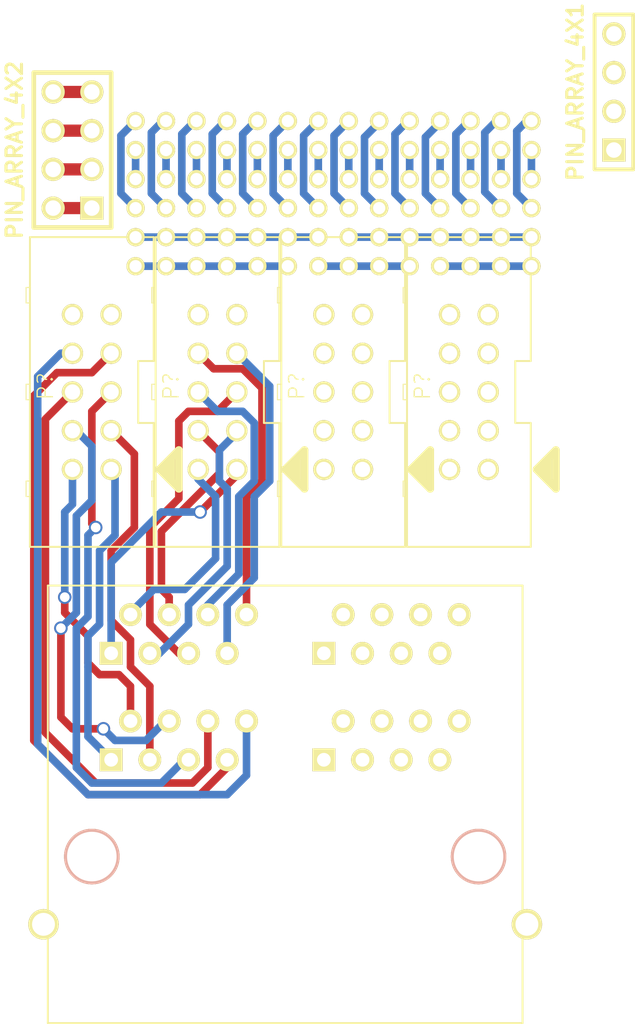
<source format=kicad_pcb>
(kicad_pcb (version 3) (host pcbnew "(2013-07-07 BZR 4022)-stable")

  (general
    (links 0)
    (no_connects 0)
    (area 91.8464 43.741623 135.4836 112.842501)
    (thickness 1.6)
    (drawings 0)
    (tracks 226)
    (zones 0)
    (modules 13)
    (nets 1)
  )

  (page A3)
  (layers
    (15 F.Cu signal)
    (0 B.Cu signal)
    (16 B.Adhes user)
    (17 F.Adhes user)
    (18 B.Paste user)
    (19 F.Paste user)
    (20 B.SilkS user)
    (21 F.SilkS user)
    (22 B.Mask user)
    (23 F.Mask user)
    (24 Dwgs.User user)
    (25 Cmts.User user)
    (26 Eco1.User user)
    (27 Eco2.User user)
    (28 Edge.Cuts user)
  )

  (setup
    (last_trace_width 0.5)
    (user_trace_width 0.5)
    (user_trace_width 0.8)
    (trace_clearance 0.254)
    (zone_clearance 0.508)
    (zone_45_only no)
    (trace_min 0.254)
    (segment_width 0.2)
    (edge_width 0.15)
    (via_size 0.889)
    (via_drill 0.635)
    (via_min_size 0.508)
    (via_min_drill 0.3)
    (user_via 0.508 0.3)
    (uvia_size 0.508)
    (uvia_drill 0.127)
    (uvias_allowed no)
    (uvia_min_size 0.508)
    (uvia_min_drill 0.127)
    (pcb_text_width 0.3)
    (pcb_text_size 1.5 1.5)
    (mod_edge_width 0.15)
    (mod_text_size 1.5 1.5)
    (mod_text_width 0.15)
    (pad_size 1.2 1.2)
    (pad_drill 0.8)
    (pad_to_mask_clearance 0.2)
    (aux_axis_origin 0 0)
    (visible_elements 7FFFFFFF)
    (pcbplotparams
      (layerselection 3178497)
      (usegerberextensions true)
      (excludeedgelayer true)
      (linewidth 0.100000)
      (plotframeref false)
      (viasonmask false)
      (mode 1)
      (useauxorigin false)
      (hpglpennumber 1)
      (hpglpenspeed 20)
      (hpglpendiameter 15)
      (hpglpenoverlay 2)
      (psnegative false)
      (psa4output false)
      (plotreference true)
      (plotvalue true)
      (plotothertext true)
      (plotinvisibletext false)
      (padsonsilk false)
      (subtractmaskfromsilk false)
      (outputformat 1)
      (mirror false)
      (drillshape 1)
      (scaleselection 1)
      (outputdirectory ""))
  )

  (net 0 "")

  (net_class Default "This is the default net class."
    (clearance 0.254)
    (trace_width 0.254)
    (via_dia 0.889)
    (via_drill 0.635)
    (uvia_dia 0.508)
    (uvia_drill 0.127)
    (add_net "")
  )

  (module FC_5X2   locked (layer F.Cu) (tedit 55464A84) (tstamp 5546A735)
    (at 106.045 71.12 90)
    (path FC_5X2)
    (attr virtual)
    (fp_text reference "" (at 3.81 -3.175 90) (layer F.SilkS) hide
      (effects (font (size 1 1) (thickness 0.0889)))
    )
    (fp_text value P? (at 0.381 -3.048 90) (layer F.SilkS)
      (effects (font (size 1.00076 1.00076) (thickness 0.0889)))
    )
    (fp_line (start -0.508 -4.064) (end 0.508 -4.064) (layer F.SilkS) (width 0.06604))
    (fp_line (start 0.508 -4.064) (end 0.508 -4.318) (layer F.SilkS) (width 0.06604))
    (fp_line (start -0.508 -4.318) (end 0.508 -4.318) (layer F.SilkS) (width 0.06604))
    (fp_line (start -0.508 -4.064) (end -0.508 -4.318) (layer F.SilkS) (width 0.06604))
    (fp_line (start -6.858 -4.064) (end -5.842 -4.064) (layer F.SilkS) (width 0.06604))
    (fp_line (start -5.842 -4.064) (end -5.842 -4.318) (layer F.SilkS) (width 0.06604))
    (fp_line (start -6.858 -4.318) (end -5.842 -4.318) (layer F.SilkS) (width 0.06604))
    (fp_line (start -6.858 -4.064) (end -6.858 -4.318) (layer F.SilkS) (width 0.06604))
    (fp_line (start 5.842 -4.064) (end 6.858 -4.064) (layer F.SilkS) (width 0.06604))
    (fp_line (start 6.858 -4.064) (end 6.858 -4.318) (layer F.SilkS) (width 0.06604))
    (fp_line (start 5.842 -4.318) (end 6.858 -4.318) (layer F.SilkS) (width 0.06604))
    (fp_line (start 5.842 -4.064) (end 5.842 -4.318) (layer F.SilkS) (width 0.06604))
    (fp_line (start 10.16 4.064) (end 10.16 -4.064) (layer F.SilkS) (width 0.127))
    (fp_line (start -10.16 -4.064) (end -10.16 4.064) (layer F.SilkS) (width 0.127))
    (fp_line (start -10.16 -4.064) (end 10.16 -4.064) (layer F.SilkS) (width 0.127))
    (fp_line (start 2.032 4.064) (end 2.032 3.048) (layer F.SilkS) (width 0.127))
    (fp_line (start 2.032 3.048) (end -2.032 3.048) (layer F.SilkS) (width 0.127))
    (fp_line (start -2.032 4.064) (end -2.032 3.048) (layer F.SilkS) (width 0.127))
    (fp_line (start 10.16 4.064) (end 2.032 4.064) (layer F.SilkS) (width 0.127))
    (fp_line (start -10.16 4.064) (end -2.032 4.064) (layer F.SilkS) (width 0.127))
    (fp_line (start -5.08 4.445) (end -6.35 5.715) (layer F.SilkS) (width 0.508))
    (fp_line (start -6.35 5.715) (end -3.81 5.715) (layer F.SilkS) (width 0.508))
    (fp_line (start -3.81 5.715) (end -5.08 4.445) (layer F.SilkS) (width 0.508))
    (fp_line (start -5.715 5.207) (end -4.445 5.207) (layer F.SilkS) (width 0.508))
    (fp_line (start -5.08 4.572) (end -5.08 4.953) (layer F.SilkS) (width 0.508))
    (pad 1 thru_hole circle (at -5.08 1.27 90) (size 1.397 2.794) (drill 0.99822)
      (layers *.Cu F.Paste F.SilkS F.Mask)
    )
    (pad 2 thru_hole circle (at -5.08 -1.27 90) (size 1.397 2.794) (drill 0.99822)
      (layers *.Cu F.Paste F.SilkS F.Mask)
    )
    (pad 3 thru_hole circle (at -2.54 1.27 90) (size 1.397 2.794) (drill 0.99822)
      (layers *.Cu F.Paste F.SilkS F.Mask)
    )
    (pad 4 thru_hole circle (at -2.54 -1.27 90) (size 1.397 2.794) (drill 0.99822)
      (layers *.Cu F.Paste F.SilkS F.Mask)
    )
    (pad 5 thru_hole circle (at 0 1.27 90) (size 1.397 2.794) (drill 0.99822)
      (layers *.Cu F.Paste F.SilkS F.Mask)
    )
    (pad 6 thru_hole circle (at 0 -1.27 90) (size 1.397 2.794) (drill 0.99822)
      (layers *.Cu F.Paste F.SilkS F.Mask)
    )
    (pad 7 thru_hole circle (at 2.54 1.27 90) (size 1.397 2.794) (drill 0.99822)
      (layers *.Cu F.Paste F.SilkS F.Mask)
    )
    (pad 8 thru_hole circle (at 2.54 -1.27 90) (size 1.397 2.794) (drill 0.99822)
      (layers *.Cu F.Paste F.SilkS F.Mask)
    )
    (pad 9 thru_hole circle (at 5.08 1.27 90) (size 1.397 2.794) (drill 0.99822)
      (layers *.Cu F.Paste F.SilkS F.Mask)
    )
    (pad 10 thru_hole circle (at 5.08 -1.27 90) (size 1.397 2.794) (drill 0.99822)
      (layers *.Cu F.Paste F.SilkS F.Mask)
    )
  )

  (module FC_5X2   locked (layer F.Cu) (tedit 55464A84) (tstamp 5546A782)
    (at 114.3 71.12 90)
    (path FC_5X2)
    (attr virtual)
    (fp_text reference "" (at 3.81 -3.175 90) (layer F.SilkS) hide
      (effects (font (size 1 1) (thickness 0.0889)))
    )
    (fp_text value P? (at 0.381 -3.048 90) (layer F.SilkS)
      (effects (font (size 1.00076 1.00076) (thickness 0.0889)))
    )
    (fp_line (start -0.508 -4.064) (end 0.508 -4.064) (layer F.SilkS) (width 0.06604))
    (fp_line (start 0.508 -4.064) (end 0.508 -4.318) (layer F.SilkS) (width 0.06604))
    (fp_line (start -0.508 -4.318) (end 0.508 -4.318) (layer F.SilkS) (width 0.06604))
    (fp_line (start -0.508 -4.064) (end -0.508 -4.318) (layer F.SilkS) (width 0.06604))
    (fp_line (start -6.858 -4.064) (end -5.842 -4.064) (layer F.SilkS) (width 0.06604))
    (fp_line (start -5.842 -4.064) (end -5.842 -4.318) (layer F.SilkS) (width 0.06604))
    (fp_line (start -6.858 -4.318) (end -5.842 -4.318) (layer F.SilkS) (width 0.06604))
    (fp_line (start -6.858 -4.064) (end -6.858 -4.318) (layer F.SilkS) (width 0.06604))
    (fp_line (start 5.842 -4.064) (end 6.858 -4.064) (layer F.SilkS) (width 0.06604))
    (fp_line (start 6.858 -4.064) (end 6.858 -4.318) (layer F.SilkS) (width 0.06604))
    (fp_line (start 5.842 -4.318) (end 6.858 -4.318) (layer F.SilkS) (width 0.06604))
    (fp_line (start 5.842 -4.064) (end 5.842 -4.318) (layer F.SilkS) (width 0.06604))
    (fp_line (start 10.16 4.064) (end 10.16 -4.064) (layer F.SilkS) (width 0.127))
    (fp_line (start -10.16 -4.064) (end -10.16 4.064) (layer F.SilkS) (width 0.127))
    (fp_line (start -10.16 -4.064) (end 10.16 -4.064) (layer F.SilkS) (width 0.127))
    (fp_line (start 2.032 4.064) (end 2.032 3.048) (layer F.SilkS) (width 0.127))
    (fp_line (start 2.032 3.048) (end -2.032 3.048) (layer F.SilkS) (width 0.127))
    (fp_line (start -2.032 4.064) (end -2.032 3.048) (layer F.SilkS) (width 0.127))
    (fp_line (start 10.16 4.064) (end 2.032 4.064) (layer F.SilkS) (width 0.127))
    (fp_line (start -10.16 4.064) (end -2.032 4.064) (layer F.SilkS) (width 0.127))
    (fp_line (start -5.08 4.445) (end -6.35 5.715) (layer F.SilkS) (width 0.508))
    (fp_line (start -6.35 5.715) (end -3.81 5.715) (layer F.SilkS) (width 0.508))
    (fp_line (start -3.81 5.715) (end -5.08 4.445) (layer F.SilkS) (width 0.508))
    (fp_line (start -5.715 5.207) (end -4.445 5.207) (layer F.SilkS) (width 0.508))
    (fp_line (start -5.08 4.572) (end -5.08 4.953) (layer F.SilkS) (width 0.508))
    (pad 1 thru_hole circle (at -5.08 1.27 90) (size 1.397 2.794) (drill 0.99822)
      (layers *.Cu F.Paste F.SilkS F.Mask)
    )
    (pad 2 thru_hole circle (at -5.08 -1.27 90) (size 1.397 2.794) (drill 0.99822)
      (layers *.Cu F.Paste F.SilkS F.Mask)
    )
    (pad 3 thru_hole circle (at -2.54 1.27 90) (size 1.397 2.794) (drill 0.99822)
      (layers *.Cu F.Paste F.SilkS F.Mask)
    )
    (pad 4 thru_hole circle (at -2.54 -1.27 90) (size 1.397 2.794) (drill 0.99822)
      (layers *.Cu F.Paste F.SilkS F.Mask)
    )
    (pad 5 thru_hole circle (at 0 1.27 90) (size 1.397 2.794) (drill 0.99822)
      (layers *.Cu F.Paste F.SilkS F.Mask)
    )
    (pad 6 thru_hole circle (at 0 -1.27 90) (size 1.397 2.794) (drill 0.99822)
      (layers *.Cu F.Paste F.SilkS F.Mask)
    )
    (pad 7 thru_hole circle (at 2.54 1.27 90) (size 1.397 2.794) (drill 0.99822)
      (layers *.Cu F.Paste F.SilkS F.Mask)
    )
    (pad 8 thru_hole circle (at 2.54 -1.27 90) (size 1.397 2.794) (drill 0.99822)
      (layers *.Cu F.Paste F.SilkS F.Mask)
    )
    (pad 9 thru_hole circle (at 5.08 1.27 90) (size 1.397 2.794) (drill 0.99822)
      (layers *.Cu F.Paste F.SilkS F.Mask)
    )
    (pad 10 thru_hole circle (at 5.08 -1.27 90) (size 1.397 2.794) (drill 0.99822)
      (layers *.Cu F.Paste F.SilkS F.Mask)
    )
  )

  (module FC_5X2   locked (layer F.Cu) (tedit 55464A84) (tstamp 5546A7CF)
    (at 97.79 71.12 90)
    (path FC_5X2)
    (attr virtual)
    (fp_text reference "" (at 3.81 -3.175 90) (layer F.SilkS) hide
      (effects (font (size 1 1) (thickness 0.0889)))
    )
    (fp_text value P? (at 0.381 -3.048 90) (layer F.SilkS)
      (effects (font (size 1.00076 1.00076) (thickness 0.0889)))
    )
    (fp_line (start -0.508 -4.064) (end 0.508 -4.064) (layer F.SilkS) (width 0.06604))
    (fp_line (start 0.508 -4.064) (end 0.508 -4.318) (layer F.SilkS) (width 0.06604))
    (fp_line (start -0.508 -4.318) (end 0.508 -4.318) (layer F.SilkS) (width 0.06604))
    (fp_line (start -0.508 -4.064) (end -0.508 -4.318) (layer F.SilkS) (width 0.06604))
    (fp_line (start -6.858 -4.064) (end -5.842 -4.064) (layer F.SilkS) (width 0.06604))
    (fp_line (start -5.842 -4.064) (end -5.842 -4.318) (layer F.SilkS) (width 0.06604))
    (fp_line (start -6.858 -4.318) (end -5.842 -4.318) (layer F.SilkS) (width 0.06604))
    (fp_line (start -6.858 -4.064) (end -6.858 -4.318) (layer F.SilkS) (width 0.06604))
    (fp_line (start 5.842 -4.064) (end 6.858 -4.064) (layer F.SilkS) (width 0.06604))
    (fp_line (start 6.858 -4.064) (end 6.858 -4.318) (layer F.SilkS) (width 0.06604))
    (fp_line (start 5.842 -4.318) (end 6.858 -4.318) (layer F.SilkS) (width 0.06604))
    (fp_line (start 5.842 -4.064) (end 5.842 -4.318) (layer F.SilkS) (width 0.06604))
    (fp_line (start 10.16 4.064) (end 10.16 -4.064) (layer F.SilkS) (width 0.127))
    (fp_line (start -10.16 -4.064) (end -10.16 4.064) (layer F.SilkS) (width 0.127))
    (fp_line (start -10.16 -4.064) (end 10.16 -4.064) (layer F.SilkS) (width 0.127))
    (fp_line (start 2.032 4.064) (end 2.032 3.048) (layer F.SilkS) (width 0.127))
    (fp_line (start 2.032 3.048) (end -2.032 3.048) (layer F.SilkS) (width 0.127))
    (fp_line (start -2.032 4.064) (end -2.032 3.048) (layer F.SilkS) (width 0.127))
    (fp_line (start 10.16 4.064) (end 2.032 4.064) (layer F.SilkS) (width 0.127))
    (fp_line (start -10.16 4.064) (end -2.032 4.064) (layer F.SilkS) (width 0.127))
    (fp_line (start -5.08 4.445) (end -6.35 5.715) (layer F.SilkS) (width 0.508))
    (fp_line (start -6.35 5.715) (end -3.81 5.715) (layer F.SilkS) (width 0.508))
    (fp_line (start -3.81 5.715) (end -5.08 4.445) (layer F.SilkS) (width 0.508))
    (fp_line (start -5.715 5.207) (end -4.445 5.207) (layer F.SilkS) (width 0.508))
    (fp_line (start -5.08 4.572) (end -5.08 4.953) (layer F.SilkS) (width 0.508))
    (pad 1 thru_hole circle (at -5.08 1.27 90) (size 1.397 2.794) (drill 0.99822)
      (layers *.Cu F.Paste F.SilkS F.Mask)
    )
    (pad 2 thru_hole circle (at -5.08 -1.27 90) (size 1.397 2.794) (drill 0.99822)
      (layers *.Cu F.Paste F.SilkS F.Mask)
    )
    (pad 3 thru_hole circle (at -2.54 1.27 90) (size 1.397 2.794) (drill 0.99822)
      (layers *.Cu F.Paste F.SilkS F.Mask)
    )
    (pad 4 thru_hole circle (at -2.54 -1.27 90) (size 1.397 2.794) (drill 0.99822)
      (layers *.Cu F.Paste F.SilkS F.Mask)
    )
    (pad 5 thru_hole circle (at 0 1.27 90) (size 1.397 2.794) (drill 0.99822)
      (layers *.Cu F.Paste F.SilkS F.Mask)
    )
    (pad 6 thru_hole circle (at 0 -1.27 90) (size 1.397 2.794) (drill 0.99822)
      (layers *.Cu F.Paste F.SilkS F.Mask)
    )
    (pad 7 thru_hole circle (at 2.54 1.27 90) (size 1.397 2.794) (drill 0.99822)
      (layers *.Cu F.Paste F.SilkS F.Mask)
    )
    (pad 8 thru_hole circle (at 2.54 -1.27 90) (size 1.397 2.794) (drill 0.99822)
      (layers *.Cu F.Paste F.SilkS F.Mask)
    )
    (pad 9 thru_hole circle (at 5.08 1.27 90) (size 1.397 2.794) (drill 0.99822)
      (layers *.Cu F.Paste F.SilkS F.Mask)
    )
    (pad 10 thru_hole circle (at 5.08 -1.27 90) (size 1.397 2.794) (drill 0.99822)
      (layers *.Cu F.Paste F.SilkS F.Mask)
    )
  )

  (module FC_5X2   locked (layer F.Cu) (tedit 55464A84) (tstamp 5546A81C)
    (at 122.555 71.12 90)
    (path FC_5X2)
    (attr virtual)
    (fp_text reference "" (at 3.81 -3.175 90) (layer F.SilkS) hide
      (effects (font (size 1 1) (thickness 0.0889)))
    )
    (fp_text value P? (at 0.381 -3.048 90) (layer F.SilkS)
      (effects (font (size 1.00076 1.00076) (thickness 0.0889)))
    )
    (fp_line (start -0.508 -4.064) (end 0.508 -4.064) (layer F.SilkS) (width 0.06604))
    (fp_line (start 0.508 -4.064) (end 0.508 -4.318) (layer F.SilkS) (width 0.06604))
    (fp_line (start -0.508 -4.318) (end 0.508 -4.318) (layer F.SilkS) (width 0.06604))
    (fp_line (start -0.508 -4.064) (end -0.508 -4.318) (layer F.SilkS) (width 0.06604))
    (fp_line (start -6.858 -4.064) (end -5.842 -4.064) (layer F.SilkS) (width 0.06604))
    (fp_line (start -5.842 -4.064) (end -5.842 -4.318) (layer F.SilkS) (width 0.06604))
    (fp_line (start -6.858 -4.318) (end -5.842 -4.318) (layer F.SilkS) (width 0.06604))
    (fp_line (start -6.858 -4.064) (end -6.858 -4.318) (layer F.SilkS) (width 0.06604))
    (fp_line (start 5.842 -4.064) (end 6.858 -4.064) (layer F.SilkS) (width 0.06604))
    (fp_line (start 6.858 -4.064) (end 6.858 -4.318) (layer F.SilkS) (width 0.06604))
    (fp_line (start 5.842 -4.318) (end 6.858 -4.318) (layer F.SilkS) (width 0.06604))
    (fp_line (start 5.842 -4.064) (end 5.842 -4.318) (layer F.SilkS) (width 0.06604))
    (fp_line (start 10.16 4.064) (end 10.16 -4.064) (layer F.SilkS) (width 0.127))
    (fp_line (start -10.16 -4.064) (end -10.16 4.064) (layer F.SilkS) (width 0.127))
    (fp_line (start -10.16 -4.064) (end 10.16 -4.064) (layer F.SilkS) (width 0.127))
    (fp_line (start 2.032 4.064) (end 2.032 3.048) (layer F.SilkS) (width 0.127))
    (fp_line (start 2.032 3.048) (end -2.032 3.048) (layer F.SilkS) (width 0.127))
    (fp_line (start -2.032 4.064) (end -2.032 3.048) (layer F.SilkS) (width 0.127))
    (fp_line (start 10.16 4.064) (end 2.032 4.064) (layer F.SilkS) (width 0.127))
    (fp_line (start -10.16 4.064) (end -2.032 4.064) (layer F.SilkS) (width 0.127))
    (fp_line (start -5.08 4.445) (end -6.35 5.715) (layer F.SilkS) (width 0.508))
    (fp_line (start -6.35 5.715) (end -3.81 5.715) (layer F.SilkS) (width 0.508))
    (fp_line (start -3.81 5.715) (end -5.08 4.445) (layer F.SilkS) (width 0.508))
    (fp_line (start -5.715 5.207) (end -4.445 5.207) (layer F.SilkS) (width 0.508))
    (fp_line (start -5.08 4.572) (end -5.08 4.953) (layer F.SilkS) (width 0.508))
    (pad 1 thru_hole circle (at -5.08 1.27 90) (size 1.397 2.794) (drill 0.99822)
      (layers *.Cu F.Paste F.SilkS F.Mask)
    )
    (pad 2 thru_hole circle (at -5.08 -1.27 90) (size 1.397 2.794) (drill 0.99822)
      (layers *.Cu F.Paste F.SilkS F.Mask)
    )
    (pad 3 thru_hole circle (at -2.54 1.27 90) (size 1.397 2.794) (drill 0.99822)
      (layers *.Cu F.Paste F.SilkS F.Mask)
    )
    (pad 4 thru_hole circle (at -2.54 -1.27 90) (size 1.397 2.794) (drill 0.99822)
      (layers *.Cu F.Paste F.SilkS F.Mask)
    )
    (pad 5 thru_hole circle (at 0 1.27 90) (size 1.397 2.794) (drill 0.99822)
      (layers *.Cu F.Paste F.SilkS F.Mask)
    )
    (pad 6 thru_hole circle (at 0 -1.27 90) (size 1.397 2.794) (drill 0.99822)
      (layers *.Cu F.Paste F.SilkS F.Mask)
    )
    (pad 7 thru_hole circle (at 2.54 1.27 90) (size 1.397 2.794) (drill 0.99822)
      (layers *.Cu F.Paste F.SilkS F.Mask)
    )
    (pad 8 thru_hole circle (at 2.54 -1.27 90) (size 1.397 2.794) (drill 0.99822)
      (layers *.Cu F.Paste F.SilkS F.Mask)
    )
    (pad 9 thru_hole circle (at 5.08 1.27 90) (size 1.397 2.794) (drill 0.99822)
      (layers *.Cu F.Paste F.SilkS F.Mask)
    )
    (pad 10 thru_hole circle (at 5.08 -1.27 90) (size 1.397 2.794) (drill 0.99822)
      (layers *.Cu F.Paste F.SilkS F.Mask)
    )
  )

  (module RJ45_2X2   locked (layer F.Cu) (tedit 554251B7) (tstamp 55470EEA)
    (at 110.49 99.06)
    (tags RJ45_2X2)
    (path /534EB5C5)
    (fp_text reference J? (at 0.254 4.826) (layer F.SilkS) hide
      (effects (font (size 1.524 1.524) (thickness 0.3048)))
    )
    (fp_text value RJ45_2x2 (at 0.14224 -0.1016) (layer F.SilkS) hide
      (effects (font (size 1.00076 1.00076) (thickness 0.2032)))
    )
    (fp_line (start -15.59 13.465) (end 15.59 13.465) (layer F.SilkS) (width 0.127))
    (fp_line (start 15.59 13.465) (end 15.59 -15.24) (layer F.SilkS) (width 0.127))
    (fp_line (start 15.59 -15.24) (end -15.59 -15.24) (layer F.SilkS) (width 0.127))
    (fp_line (start -15.59 -15.24) (end -15.59 13.465) (layer F.SilkS) (width 0.127))
    (pad 1 thru_hole rect (at -11.43 -10.795) (size 1.50114 1.50114) (drill 0.89916)
      (layers *.Cu *.Mask F.SilkS)
    )
    (pad 2 thru_hole circle (at -10.16 -13.335) (size 1.50114 1.50114) (drill 0.89916)
      (layers *.Cu *.Mask F.SilkS)
    )
    (pad 3 thru_hole circle (at -8.89 -10.795) (size 1.50114 1.50114) (drill 0.89916)
      (layers *.Cu *.Mask F.SilkS)
    )
    (pad 4 thru_hole circle (at -7.62 -13.335) (size 1.50114 1.50114) (drill 0.89916)
      (layers *.Cu *.Mask F.SilkS)
    )
    (pad 5 thru_hole circle (at -6.35 -10.795) (size 1.50114 1.50114) (drill 0.89916)
      (layers *.Cu *.Mask F.SilkS)
    )
    (pad 6 thru_hole circle (at -5.08 -13.335) (size 1.50114 1.50114) (drill 0.89916)
      (layers *.Cu *.Mask F.SilkS)
    )
    (pad 7 thru_hole circle (at -3.81 -10.795) (size 1.50114 1.50114) (drill 0.89916)
      (layers *.Cu *.Mask F.SilkS)
    )
    (pad 8 thru_hole circle (at -2.54 -13.335) (size 1.50114 1.50114) (drill 0.89916)
      (layers *.Cu *.Mask F.SilkS)
    )
    (pad 9 thru_hole rect (at -11.43 -3.81) (size 1.50114 1.50114) (drill 0.89916)
      (layers *.Cu *.Mask F.SilkS)
    )
    (pad 10 thru_hole circle (at -10.16 -6.35) (size 1.50114 1.50114) (drill 0.89916)
      (layers *.Cu *.Mask F.SilkS)
    )
    (pad 11 thru_hole circle (at -8.89 -3.81) (size 1.50114 1.50114) (drill 0.89916)
      (layers *.Cu *.Mask F.SilkS)
    )
    (pad 12 thru_hole circle (at -7.62 -6.35) (size 1.50114 1.50114) (drill 0.89916)
      (layers *.Cu *.Mask F.SilkS)
    )
    (pad 13 thru_hole circle (at -6.35 -3.81) (size 1.50114 1.50114) (drill 0.89916)
      (layers *.Cu *.Mask F.SilkS)
    )
    (pad 14 thru_hole circle (at -5.08 -6.35) (size 1.50114 1.50114) (drill 0.89916)
      (layers *.Cu *.Mask F.SilkS)
    )
    (pad 15 thru_hole circle (at -3.81 -3.81) (size 1.50114 1.50114) (drill 0.89916)
      (layers *.Cu *.Mask F.SilkS)
    )
    (pad 16 thru_hole circle (at -2.54 -6.35) (size 1.50114 1.50114) (drill 0.89916)
      (layers *.Cu *.Mask F.SilkS)
    )
    (pad 17 thru_hole rect (at 2.54 -10.795) (size 1.50114 1.50114) (drill 0.89916)
      (layers *.Cu *.Mask F.SilkS)
    )
    (pad 18 thru_hole circle (at 3.81 -13.335) (size 1.50114 1.50114) (drill 0.89916)
      (layers *.Cu *.Mask F.SilkS)
    )
    (pad 19 thru_hole circle (at 5.08 -10.795) (size 1.50114 1.50114) (drill 0.89916)
      (layers *.Cu *.Mask F.SilkS)
    )
    (pad 20 thru_hole circle (at 6.35 -13.335) (size 1.50114 1.50114) (drill 0.89916)
      (layers *.Cu *.Mask F.SilkS)
    )
    (pad 21 thru_hole circle (at 7.62 -10.795) (size 1.50114 1.50114) (drill 0.89916)
      (layers *.Cu *.Mask F.SilkS)
    )
    (pad 22 thru_hole circle (at 8.89 -13.335) (size 1.50114 1.50114) (drill 0.89916)
      (layers *.Cu *.Mask F.SilkS)
    )
    (pad 23 thru_hole circle (at 10.16 -10.795) (size 1.50114 1.50114) (drill 0.89916)
      (layers *.Cu *.Mask F.SilkS)
    )
    (pad 24 thru_hole circle (at 11.43 -13.335) (size 1.50114 1.50114) (drill 0.89916)
      (layers *.Cu *.Mask F.SilkS)
    )
    (pad 25 thru_hole rect (at 2.54 -3.81) (size 1.50114 1.50114) (drill 0.89916)
      (layers *.Cu *.Mask F.SilkS)
    )
    (pad 26 thru_hole circle (at 3.81 -6.35) (size 1.50114 1.50114) (drill 0.89916)
      (layers *.Cu *.Mask F.SilkS)
    )
    (pad 27 thru_hole circle (at 5.08 -3.81) (size 1.50114 1.50114) (drill 0.89916)
      (layers *.Cu *.Mask F.SilkS)
    )
    (pad 28 thru_hole circle (at 6.35 -6.35) (size 1.50114 1.50114) (drill 0.89916)
      (layers *.Cu *.Mask F.SilkS)
    )
    (pad 29 thru_hole circle (at 7.62 -3.81) (size 1.50114 1.50114) (drill 0.89916)
      (layers *.Cu *.Mask F.SilkS)
    )
    (pad 30 thru_hole circle (at 8.89 -6.35) (size 1.50114 1.50114) (drill 0.89916)
      (layers *.Cu *.Mask F.SilkS)
    )
    (pad 31 thru_hole circle (at 10.16 -3.81) (size 1.50114 1.50114) (drill 0.89916)
      (layers *.Cu *.Mask F.SilkS)
    )
    (pad 32 thru_hole circle (at 11.43 -6.35) (size 1.50114 1.50114) (drill 0.89916)
      (layers *.Cu *.Mask F.SilkS)
    )
    (pad 33 thru_hole circle (at -15.875 6.985) (size 2 2) (drill 1.5)
      (layers *.Cu *.Mask F.SilkS)
    )
    (pad 34 thru_hole circle (at 15.875 6.985) (size 2 2) (drill 1.5)
      (layers *.Cu *.Mask F.SilkS)
    )
    (pad Hole np_thru_hole circle (at 12.7 2.54) (size 3.64998 3.64998) (drill 3.2512)
      (layers *.Cu *.SilkS *.Mask)
    )
    (pad Hole np_thru_hole circle (at -12.7 2.54) (size 3.64998 3.64998) (drill 3.2512)
      (layers *.Cu *.SilkS *.Mask)
    )
  )

  (module pin_array_4x2 (layer F.Cu) (tedit 3FAB90E6) (tstamp 5547AFB3)
    (at 96.52 55.245 90)
    (descr "Double rangee de contacts 2 x 4 pins")
    (tags CONN)
    (fp_text reference PIN_ARRAY_4X2 (at 0 -3.81 90) (layer F.SilkS)
      (effects (font (size 1.016 1.016) (thickness 0.2032)))
    )
    (fp_text value Val** (at 0 3.81 90) (layer F.SilkS) hide
      (effects (font (size 1.016 1.016) (thickness 0.2032)))
    )
    (fp_line (start -5.08 -2.54) (end 5.08 -2.54) (layer F.SilkS) (width 0.3048))
    (fp_line (start 5.08 -2.54) (end 5.08 2.54) (layer F.SilkS) (width 0.3048))
    (fp_line (start 5.08 2.54) (end -5.08 2.54) (layer F.SilkS) (width 0.3048))
    (fp_line (start -5.08 2.54) (end -5.08 -2.54) (layer F.SilkS) (width 0.3048))
    (pad 1 thru_hole rect (at -3.81 1.27 90) (size 1.524 1.524) (drill 1.016)
      (layers *.Cu *.Mask F.SilkS)
    )
    (pad 2 thru_hole circle (at -3.81 -1.27 90) (size 1.524 1.524) (drill 1.016)
      (layers *.Cu *.Mask F.SilkS)
    )
    (pad 3 thru_hole circle (at -1.27 1.27 90) (size 1.524 1.524) (drill 1.016)
      (layers *.Cu *.Mask F.SilkS)
    )
    (pad 4 thru_hole circle (at -1.27 -1.27 90) (size 1.524 1.524) (drill 1.016)
      (layers *.Cu *.Mask F.SilkS)
    )
    (pad 5 thru_hole circle (at 1.27 1.27 90) (size 1.524 1.524) (drill 1.016)
      (layers *.Cu *.Mask F.SilkS)
    )
    (pad 6 thru_hole circle (at 1.27 -1.27 90) (size 1.524 1.524) (drill 1.016)
      (layers *.Cu *.Mask F.SilkS)
    )
    (pad 7 thru_hole circle (at 3.81 1.27 90) (size 1.524 1.524) (drill 1.016)
      (layers *.Cu *.Mask F.SilkS)
    )
    (pad 8 thru_hole circle (at 3.81 -1.27 90) (size 1.524 1.524) (drill 1.016)
      (layers *.Cu *.Mask F.SilkS)
    )
    (model pin_array/pins_array_4x2.wrl
      (at (xyz 0 0 0))
      (scale (xyz 1 1 1))
      (rotate (xyz 0 0 0))
    )
  )

  (module PIN_ARRAY_4x1 (layer F.Cu) (tedit 4C10F42E) (tstamp 5547B162)
    (at 132.08 51.435 90)
    (descr "Double rangee de contacts 2 x 5 pins")
    (tags CONN)
    (fp_text reference PIN_ARRAY_4X1 (at 0 -2.54 90) (layer F.SilkS)
      (effects (font (size 1.016 1.016) (thickness 0.2032)))
    )
    (fp_text value Val** (at 0 2.54 90) (layer F.SilkS) hide
      (effects (font (size 1.016 1.016) (thickness 0.2032)))
    )
    (fp_line (start 5.08 1.27) (end -5.08 1.27) (layer F.SilkS) (width 0.254))
    (fp_line (start 5.08 -1.27) (end -5.08 -1.27) (layer F.SilkS) (width 0.254))
    (fp_line (start -5.08 -1.27) (end -5.08 1.27) (layer F.SilkS) (width 0.254))
    (fp_line (start 5.08 1.27) (end 5.08 -1.27) (layer F.SilkS) (width 0.254))
    (pad 1 thru_hole rect (at -3.81 0 90) (size 1.524 1.524) (drill 1.016)
      (layers *.Cu *.Mask F.SilkS)
    )
    (pad 2 thru_hole circle (at -1.27 0 90) (size 1.524 1.524) (drill 1.016)
      (layers *.Cu *.Mask F.SilkS)
    )
    (pad 3 thru_hole circle (at 1.27 0 90) (size 1.524 1.524) (drill 1.016)
      (layers *.Cu *.Mask F.SilkS)
    )
    (pad 4 thru_hole circle (at 3.81 0 90) (size 1.524 1.524) (drill 1.016)
      (layers *.Cu *.Mask F.SilkS)
    )
    (model pin_array\pins_array_4x1.wrl
      (at (xyz 0 0 0))
      (scale (xyz 1 1 1))
      (rotate (xyz 0 0 0))
    )
  )

  (module ROW10_2mm (layer F.Cu) (tedit 55476A2A) (tstamp 5547B6FC)
    (at 113.665 62.865)
    (descr "Double rangee de contacts 2 x 8 pins")
    (tags CONN)
    (path /4F6344A8)
    (fp_text reference P? (at 3.5 1.5) (layer F.SilkS) hide
      (effects (font (size 0.8001 0.5) (thickness 0.1)))
    )
    (fp_text value ROW10_2mm (at -1 1.5) (layer F.SilkS) hide
      (effects (font (size 0.8 0.5) (thickness 0.1)))
    )
    (pad 11 thru_hole circle (at 7 0) (size 1.2 1.2) (drill 0.8)
      (layers *.Cu *.Mask F.SilkS)
      (solder_mask_margin 0.1)
      (solder_paste_margin -0.1)
      (clearance 0.1)
    )
    (pad 12 thru_hole circle (at 9 0) (size 1.2 1.2) (drill 0.8)
      (layers *.Cu *.Mask F.SilkS)
      (solder_mask_margin 0.1)
      (solder_paste_margin -0.1)
      (clearance 0.1)
    )
    (pad 14 thru_hole circle (at 13 0) (size 1.2 1.2) (drill 0.8)
      (layers *.Cu *.Mask F.SilkS)
      (solder_mask_margin 0.1)
      (solder_paste_margin -0.1)
      (clearance 0.1)
    )
    (pad 13 thru_hole circle (at 11 0) (size 1.2 1.2) (drill 0.8)
      (layers *.Cu *.Mask F.SilkS)
      (solder_mask_margin 0.1)
      (solder_paste_margin -0.1)
      (clearance 0.1)
    )
    (pad 1 thru_hole circle (at -13 0) (size 1.2 1.2) (drill 0.8)
      (layers *.Cu *.Mask F.SilkS)
      (solder_mask_margin 0.1)
      (solder_paste_margin -0.1)
      (clearance 0.1)
    )
    (pad 2 thru_hole circle (at -11 0) (size 1.2 1.2) (drill 0.8)
      (layers *.Cu *.Mask F.SilkS)
      (solder_mask_margin 0.1)
      (solder_paste_margin -0.1)
      (clearance 0.1)
    )
    (pad 3 thru_hole circle (at -9 0) (size 1.2 1.2) (drill 0.8)
      (layers *.Cu *.Mask F.SilkS)
      (solder_mask_margin 0.1)
      (solder_paste_margin -0.1)
      (clearance 0.1)
    )
    (pad 4 thru_hole circle (at -7 0) (size 1.2 1.2) (drill 0.8)
      (layers *.Cu *.Mask F.SilkS)
      (solder_mask_margin 0.1)
      (solder_paste_margin -0.1)
      (clearance 0.1)
    )
    (pad 5 thru_hole circle (at -5 0) (size 1.2 1.2) (drill 0.8)
      (layers *.Cu *.Mask F.SilkS)
      (solder_mask_margin 0.1)
      (solder_paste_margin -0.1)
      (clearance 0.1)
    )
    (pad 6 thru_hole circle (at -3 0) (size 1.2 1.2) (drill 0.8)
      (layers *.Cu *.Mask F.SilkS)
      (solder_mask_margin 0.1)
      (solder_paste_margin -0.1)
      (clearance 0.1)
    )
    (pad 7 thru_hole circle (at -1 0) (size 1.2 1.2) (drill 0.8)
      (layers *.Cu *.Mask F.SilkS)
      (solder_mask_margin 0.1)
      (solder_paste_margin -0.1)
      (clearance 0.1)
    )
    (pad 8 thru_hole circle (at 1 0) (size 1.2 1.2) (drill 0.8)
      (layers *.Cu *.Mask F.SilkS)
      (solder_mask_margin 0.1)
      (solder_paste_margin -0.1)
      (clearance 0.1)
    )
    (pad 9 thru_hole circle (at 3 0) (size 1.2 1.2) (drill 0.8)
      (layers *.Cu *.Mask F.SilkS)
      (solder_mask_margin 0.1)
      (solder_paste_margin -0.1)
      (clearance 0.1)
    )
    (pad 10 thru_hole circle (at 5 0) (size 1.2 1.2) (drill 0.8)
      (layers *.Cu *.Mask F.SilkS)
      (solder_mask_margin 0.1)
      (solder_paste_margin -0.1)
      (clearance 0.1)
    )
  )

  (module ROW10_2mm (layer F.Cu) (tedit 55476A2A) (tstamp 5547B754)
    (at 113.665 60.96)
    (descr "Double rangee de contacts 2 x 8 pins")
    (tags CONN)
    (path /4F6344A8)
    (fp_text reference P? (at 3.5 1.5) (layer F.SilkS) hide
      (effects (font (size 0.8001 0.5) (thickness 0.1)))
    )
    (fp_text value ROW10_2mm (at -1 1.5) (layer F.SilkS) hide
      (effects (font (size 0.8 0.5) (thickness 0.1)))
    )
    (pad 11 thru_hole circle (at 7 0) (size 1.2 1.2) (drill 0.8)
      (layers *.Cu *.Mask F.SilkS)
      (solder_mask_margin 0.1)
      (solder_paste_margin -0.1)
      (clearance 0.1)
    )
    (pad 12 thru_hole circle (at 9 0) (size 1.2 1.2) (drill 0.8)
      (layers *.Cu *.Mask F.SilkS)
      (solder_mask_margin 0.1)
      (solder_paste_margin -0.1)
      (clearance 0.1)
    )
    (pad 14 thru_hole circle (at 13 0) (size 1.2 1.2) (drill 0.8)
      (layers *.Cu *.Mask F.SilkS)
      (solder_mask_margin 0.1)
      (solder_paste_margin -0.1)
      (clearance 0.1)
    )
    (pad 13 thru_hole circle (at 11 0) (size 1.2 1.2) (drill 0.8)
      (layers *.Cu *.Mask F.SilkS)
      (solder_mask_margin 0.1)
      (solder_paste_margin -0.1)
      (clearance 0.1)
    )
    (pad 1 thru_hole circle (at -13 0) (size 1.2 1.2) (drill 0.8)
      (layers *.Cu *.Mask F.SilkS)
      (solder_mask_margin 0.1)
      (solder_paste_margin -0.1)
      (clearance 0.1)
    )
    (pad 2 thru_hole circle (at -11 0) (size 1.2 1.2) (drill 0.8)
      (layers *.Cu *.Mask F.SilkS)
      (solder_mask_margin 0.1)
      (solder_paste_margin -0.1)
      (clearance 0.1)
    )
    (pad 3 thru_hole circle (at -9 0) (size 1.2 1.2) (drill 0.8)
      (layers *.Cu *.Mask F.SilkS)
      (solder_mask_margin 0.1)
      (solder_paste_margin -0.1)
      (clearance 0.1)
    )
    (pad 4 thru_hole circle (at -7 0) (size 1.2 1.2) (drill 0.8)
      (layers *.Cu *.Mask F.SilkS)
      (solder_mask_margin 0.1)
      (solder_paste_margin -0.1)
      (clearance 0.1)
    )
    (pad 5 thru_hole circle (at -5 0) (size 1.2 1.2) (drill 0.8)
      (layers *.Cu *.Mask F.SilkS)
      (solder_mask_margin 0.1)
      (solder_paste_margin -0.1)
      (clearance 0.1)
    )
    (pad 6 thru_hole circle (at -3 0) (size 1.2 1.2) (drill 0.8)
      (layers *.Cu *.Mask F.SilkS)
      (solder_mask_margin 0.1)
      (solder_paste_margin -0.1)
      (clearance 0.1)
    )
    (pad 7 thru_hole circle (at -1 0) (size 1.2 1.2) (drill 0.8)
      (layers *.Cu *.Mask F.SilkS)
      (solder_mask_margin 0.1)
      (solder_paste_margin -0.1)
      (clearance 0.1)
    )
    (pad 8 thru_hole circle (at 1 0) (size 1.2 1.2) (drill 0.8)
      (layers *.Cu *.Mask F.SilkS)
      (solder_mask_margin 0.1)
      (solder_paste_margin -0.1)
      (clearance 0.1)
    )
    (pad 9 thru_hole circle (at 3 0) (size 1.2 1.2) (drill 0.8)
      (layers *.Cu *.Mask F.SilkS)
      (solder_mask_margin 0.1)
      (solder_paste_margin -0.1)
      (clearance 0.1)
    )
    (pad 10 thru_hole circle (at 5 0) (size 1.2 1.2) (drill 0.8)
      (layers *.Cu *.Mask F.SilkS)
      (solder_mask_margin 0.1)
      (solder_paste_margin -0.1)
      (clearance 0.1)
    )
  )

  (module ROW10_2mm (layer F.Cu) (tedit 55476A2A) (tstamp 5547B777)
    (at 113.665 59.055)
    (descr "Double rangee de contacts 2 x 8 pins")
    (tags CONN)
    (path /4F6344A8)
    (fp_text reference P? (at 3.5 1.5) (layer F.SilkS) hide
      (effects (font (size 0.8001 0.5) (thickness 0.1)))
    )
    (fp_text value ROW10_2mm (at -1 1.5) (layer F.SilkS) hide
      (effects (font (size 0.8 0.5) (thickness 0.1)))
    )
    (pad 11 thru_hole circle (at 7 0) (size 1.2 1.2) (drill 0.8)
      (layers *.Cu *.Mask F.SilkS)
      (solder_mask_margin 0.1)
      (solder_paste_margin -0.1)
      (clearance 0.1)
    )
    (pad 12 thru_hole circle (at 9 0) (size 1.2 1.2) (drill 0.8)
      (layers *.Cu *.Mask F.SilkS)
      (solder_mask_margin 0.1)
      (solder_paste_margin -0.1)
      (clearance 0.1)
    )
    (pad 14 thru_hole circle (at 13 0) (size 1.2 1.2) (drill 0.8)
      (layers *.Cu *.Mask F.SilkS)
      (solder_mask_margin 0.1)
      (solder_paste_margin -0.1)
      (clearance 0.1)
    )
    (pad 13 thru_hole circle (at 11 0) (size 1.2 1.2) (drill 0.8)
      (layers *.Cu *.Mask F.SilkS)
      (solder_mask_margin 0.1)
      (solder_paste_margin -0.1)
      (clearance 0.1)
    )
    (pad 1 thru_hole circle (at -13 0) (size 1.2 1.2) (drill 0.8)
      (layers *.Cu *.Mask F.SilkS)
      (solder_mask_margin 0.1)
      (solder_paste_margin -0.1)
      (clearance 0.1)
    )
    (pad 2 thru_hole circle (at -11 0) (size 1.2 1.2) (drill 0.8)
      (layers *.Cu *.Mask F.SilkS)
      (solder_mask_margin 0.1)
      (solder_paste_margin -0.1)
      (clearance 0.1)
    )
    (pad 3 thru_hole circle (at -9 0) (size 1.2 1.2) (drill 0.8)
      (layers *.Cu *.Mask F.SilkS)
      (solder_mask_margin 0.1)
      (solder_paste_margin -0.1)
      (clearance 0.1)
    )
    (pad 4 thru_hole circle (at -7 0) (size 1.2 1.2) (drill 0.8)
      (layers *.Cu *.Mask F.SilkS)
      (solder_mask_margin 0.1)
      (solder_paste_margin -0.1)
      (clearance 0.1)
    )
    (pad 5 thru_hole circle (at -5 0) (size 1.2 1.2) (drill 0.8)
      (layers *.Cu *.Mask F.SilkS)
      (solder_mask_margin 0.1)
      (solder_paste_margin -0.1)
      (clearance 0.1)
    )
    (pad 6 thru_hole circle (at -3 0) (size 1.2 1.2) (drill 0.8)
      (layers *.Cu *.Mask F.SilkS)
      (solder_mask_margin 0.1)
      (solder_paste_margin -0.1)
      (clearance 0.1)
    )
    (pad 7 thru_hole circle (at -1 0) (size 1.2 1.2) (drill 0.8)
      (layers *.Cu *.Mask F.SilkS)
      (solder_mask_margin 0.1)
      (solder_paste_margin -0.1)
      (clearance 0.1)
    )
    (pad 8 thru_hole circle (at 1 0) (size 1.2 1.2) (drill 0.8)
      (layers *.Cu *.Mask F.SilkS)
      (solder_mask_margin 0.1)
      (solder_paste_margin -0.1)
      (clearance 0.1)
    )
    (pad 9 thru_hole circle (at 3 0) (size 1.2 1.2) (drill 0.8)
      (layers *.Cu *.Mask F.SilkS)
      (solder_mask_margin 0.1)
      (solder_paste_margin -0.1)
      (clearance 0.1)
    )
    (pad 10 thru_hole circle (at 5 0) (size 1.2 1.2) (drill 0.8)
      (layers *.Cu *.Mask F.SilkS)
      (solder_mask_margin 0.1)
      (solder_paste_margin -0.1)
      (clearance 0.1)
    )
  )

  (module ROW10_2mm (layer F.Cu) (tedit 55476A2A) (tstamp 5547B79A)
    (at 113.665 57.15)
    (descr "Double rangee de contacts 2 x 8 pins")
    (tags CONN)
    (path /4F6344A8)
    (fp_text reference P? (at 3.5 1.5) (layer F.SilkS) hide
      (effects (font (size 0.8001 0.5) (thickness 0.1)))
    )
    (fp_text value ROW10_2mm (at -1 1.5) (layer F.SilkS) hide
      (effects (font (size 0.8 0.5) (thickness 0.1)))
    )
    (pad 11 thru_hole circle (at 7 0) (size 1.2 1.2) (drill 0.8)
      (layers *.Cu *.Mask F.SilkS)
      (solder_mask_margin 0.1)
      (solder_paste_margin -0.1)
      (clearance 0.1)
    )
    (pad 12 thru_hole circle (at 9 0) (size 1.2 1.2) (drill 0.8)
      (layers *.Cu *.Mask F.SilkS)
      (solder_mask_margin 0.1)
      (solder_paste_margin -0.1)
      (clearance 0.1)
    )
    (pad 14 thru_hole circle (at 13 0) (size 1.2 1.2) (drill 0.8)
      (layers *.Cu *.Mask F.SilkS)
      (solder_mask_margin 0.1)
      (solder_paste_margin -0.1)
      (clearance 0.1)
    )
    (pad 13 thru_hole circle (at 11 0) (size 1.2 1.2) (drill 0.8)
      (layers *.Cu *.Mask F.SilkS)
      (solder_mask_margin 0.1)
      (solder_paste_margin -0.1)
      (clearance 0.1)
    )
    (pad 1 thru_hole circle (at -13 0) (size 1.2 1.2) (drill 0.8)
      (layers *.Cu *.Mask F.SilkS)
      (solder_mask_margin 0.1)
      (solder_paste_margin -0.1)
      (clearance 0.1)
    )
    (pad 2 thru_hole circle (at -11 0) (size 1.2 1.2) (drill 0.8)
      (layers *.Cu *.Mask F.SilkS)
      (solder_mask_margin 0.1)
      (solder_paste_margin -0.1)
      (clearance 0.1)
    )
    (pad 3 thru_hole circle (at -9 0) (size 1.2 1.2) (drill 0.8)
      (layers *.Cu *.Mask F.SilkS)
      (solder_mask_margin 0.1)
      (solder_paste_margin -0.1)
      (clearance 0.1)
    )
    (pad 4 thru_hole circle (at -7 0) (size 1.2 1.2) (drill 0.8)
      (layers *.Cu *.Mask F.SilkS)
      (solder_mask_margin 0.1)
      (solder_paste_margin -0.1)
      (clearance 0.1)
    )
    (pad 5 thru_hole circle (at -5 0) (size 1.2 1.2) (drill 0.8)
      (layers *.Cu *.Mask F.SilkS)
      (solder_mask_margin 0.1)
      (solder_paste_margin -0.1)
      (clearance 0.1)
    )
    (pad 6 thru_hole circle (at -3 0) (size 1.2 1.2) (drill 0.8)
      (layers *.Cu *.Mask F.SilkS)
      (solder_mask_margin 0.1)
      (solder_paste_margin -0.1)
      (clearance 0.1)
    )
    (pad 7 thru_hole circle (at -1 0) (size 1.2 1.2) (drill 0.8)
      (layers *.Cu *.Mask F.SilkS)
      (solder_mask_margin 0.1)
      (solder_paste_margin -0.1)
      (clearance 0.1)
    )
    (pad 8 thru_hole circle (at 1 0) (size 1.2 1.2) (drill 0.8)
      (layers *.Cu *.Mask F.SilkS)
      (solder_mask_margin 0.1)
      (solder_paste_margin -0.1)
      (clearance 0.1)
    )
    (pad 9 thru_hole circle (at 3 0) (size 1.2 1.2) (drill 0.8)
      (layers *.Cu *.Mask F.SilkS)
      (solder_mask_margin 0.1)
      (solder_paste_margin -0.1)
      (clearance 0.1)
    )
    (pad 10 thru_hole circle (at 5 0) (size 1.2 1.2) (drill 0.8)
      (layers *.Cu *.Mask F.SilkS)
      (solder_mask_margin 0.1)
      (solder_paste_margin -0.1)
      (clearance 0.1)
    )
  )

  (module ROW10_2mm (layer F.Cu) (tedit 55476A2A) (tstamp 5547B7BD)
    (at 113.665 55.245)
    (descr "Double rangee de contacts 2 x 8 pins")
    (tags CONN)
    (path /4F6344A8)
    (fp_text reference P? (at 3.5 1.5) (layer F.SilkS) hide
      (effects (font (size 0.8001 0.5) (thickness 0.1)))
    )
    (fp_text value ROW10_2mm (at -1 1.5) (layer F.SilkS) hide
      (effects (font (size 0.8 0.5) (thickness 0.1)))
    )
    (pad 11 thru_hole circle (at 7 0) (size 1.2 1.2) (drill 0.8)
      (layers *.Cu *.Mask F.SilkS)
      (solder_mask_margin 0.1)
      (solder_paste_margin -0.1)
      (clearance 0.1)
    )
    (pad 12 thru_hole circle (at 9 0) (size 1.2 1.2) (drill 0.8)
      (layers *.Cu *.Mask F.SilkS)
      (solder_mask_margin 0.1)
      (solder_paste_margin -0.1)
      (clearance 0.1)
    )
    (pad 14 thru_hole circle (at 13 0) (size 1.2 1.2) (drill 0.8)
      (layers *.Cu *.Mask F.SilkS)
      (solder_mask_margin 0.1)
      (solder_paste_margin -0.1)
      (clearance 0.1)
    )
    (pad 13 thru_hole circle (at 11 0) (size 1.2 1.2) (drill 0.8)
      (layers *.Cu *.Mask F.SilkS)
      (solder_mask_margin 0.1)
      (solder_paste_margin -0.1)
      (clearance 0.1)
    )
    (pad 1 thru_hole circle (at -13 0) (size 1.2 1.2) (drill 0.8)
      (layers *.Cu *.Mask F.SilkS)
      (solder_mask_margin 0.1)
      (solder_paste_margin -0.1)
      (clearance 0.1)
    )
    (pad 2 thru_hole circle (at -11 0) (size 1.2 1.2) (drill 0.8)
      (layers *.Cu *.Mask F.SilkS)
      (solder_mask_margin 0.1)
      (solder_paste_margin -0.1)
      (clearance 0.1)
    )
    (pad 3 thru_hole circle (at -9 0) (size 1.2 1.2) (drill 0.8)
      (layers *.Cu *.Mask F.SilkS)
      (solder_mask_margin 0.1)
      (solder_paste_margin -0.1)
      (clearance 0.1)
    )
    (pad 4 thru_hole circle (at -7 0) (size 1.2 1.2) (drill 0.8)
      (layers *.Cu *.Mask F.SilkS)
      (solder_mask_margin 0.1)
      (solder_paste_margin -0.1)
      (clearance 0.1)
    )
    (pad 5 thru_hole circle (at -5 0) (size 1.2 1.2) (drill 0.8)
      (layers *.Cu *.Mask F.SilkS)
      (solder_mask_margin 0.1)
      (solder_paste_margin -0.1)
      (clearance 0.1)
    )
    (pad 6 thru_hole circle (at -3 0) (size 1.2 1.2) (drill 0.8)
      (layers *.Cu *.Mask F.SilkS)
      (solder_mask_margin 0.1)
      (solder_paste_margin -0.1)
      (clearance 0.1)
    )
    (pad 7 thru_hole circle (at -1 0) (size 1.2 1.2) (drill 0.8)
      (layers *.Cu *.Mask F.SilkS)
      (solder_mask_margin 0.1)
      (solder_paste_margin -0.1)
      (clearance 0.1)
    )
    (pad 8 thru_hole circle (at 1 0) (size 1.2 1.2) (drill 0.8)
      (layers *.Cu *.Mask F.SilkS)
      (solder_mask_margin 0.1)
      (solder_paste_margin -0.1)
      (clearance 0.1)
    )
    (pad 9 thru_hole circle (at 3 0) (size 1.2 1.2) (drill 0.8)
      (layers *.Cu *.Mask F.SilkS)
      (solder_mask_margin 0.1)
      (solder_paste_margin -0.1)
      (clearance 0.1)
    )
    (pad 10 thru_hole circle (at 5 0) (size 1.2 1.2) (drill 0.8)
      (layers *.Cu *.Mask F.SilkS)
      (solder_mask_margin 0.1)
      (solder_paste_margin -0.1)
      (clearance 0.1)
    )
  )

  (module ROW10_2mm (layer F.Cu) (tedit 55476A2A) (tstamp 5547B7E0)
    (at 113.665 53.34)
    (descr "Double rangee de contacts 2 x 8 pins")
    (tags CONN)
    (path /4F6344A8)
    (fp_text reference P? (at 3.5 1.5) (layer F.SilkS) hide
      (effects (font (size 0.8001 0.5) (thickness 0.1)))
    )
    (fp_text value ROW10_2mm (at -1 1.5) (layer F.SilkS) hide
      (effects (font (size 0.8 0.5) (thickness 0.1)))
    )
    (pad 11 thru_hole circle (at 7 0) (size 1.2 1.2) (drill 0.8)
      (layers *.Cu *.Mask F.SilkS)
      (solder_mask_margin 0.1)
      (solder_paste_margin -0.1)
      (clearance 0.1)
    )
    (pad 12 thru_hole circle (at 9 0) (size 1.2 1.2) (drill 0.8)
      (layers *.Cu *.Mask F.SilkS)
      (solder_mask_margin 0.1)
      (solder_paste_margin -0.1)
      (clearance 0.1)
    )
    (pad 14 thru_hole circle (at 13 0) (size 1.2 1.2) (drill 0.8)
      (layers *.Cu *.Mask F.SilkS)
      (solder_mask_margin 0.1)
      (solder_paste_margin -0.1)
      (clearance 0.1)
    )
    (pad 13 thru_hole circle (at 11 0) (size 1.2 1.2) (drill 0.8)
      (layers *.Cu *.Mask F.SilkS)
      (solder_mask_margin 0.1)
      (solder_paste_margin -0.1)
      (clearance 0.1)
    )
    (pad 1 thru_hole circle (at -13 0) (size 1.2 1.2) (drill 0.8)
      (layers *.Cu *.Mask F.SilkS)
      (solder_mask_margin 0.1)
      (solder_paste_margin -0.1)
      (clearance 0.1)
    )
    (pad 2 thru_hole circle (at -11 0) (size 1.2 1.2) (drill 0.8)
      (layers *.Cu *.Mask F.SilkS)
      (solder_mask_margin 0.1)
      (solder_paste_margin -0.1)
      (clearance 0.1)
    )
    (pad 3 thru_hole circle (at -9 0) (size 1.2 1.2) (drill 0.8)
      (layers *.Cu *.Mask F.SilkS)
      (solder_mask_margin 0.1)
      (solder_paste_margin -0.1)
      (clearance 0.1)
    )
    (pad 4 thru_hole circle (at -7 0) (size 1.2 1.2) (drill 0.8)
      (layers *.Cu *.Mask F.SilkS)
      (solder_mask_margin 0.1)
      (solder_paste_margin -0.1)
      (clearance 0.1)
    )
    (pad 5 thru_hole circle (at -5 0) (size 1.2 1.2) (drill 0.8)
      (layers *.Cu *.Mask F.SilkS)
      (solder_mask_margin 0.1)
      (solder_paste_margin -0.1)
      (clearance 0.1)
    )
    (pad 6 thru_hole circle (at -3 0) (size 1.2 1.2) (drill 0.8)
      (layers *.Cu *.Mask F.SilkS)
      (solder_mask_margin 0.1)
      (solder_paste_margin -0.1)
      (clearance 0.1)
    )
    (pad 7 thru_hole circle (at -1 0) (size 1.2 1.2) (drill 0.8)
      (layers *.Cu *.Mask F.SilkS)
      (solder_mask_margin 0.1)
      (solder_paste_margin -0.1)
      (clearance 0.1)
    )
    (pad 8 thru_hole circle (at 1 0) (size 1.2 1.2) (drill 0.8)
      (layers *.Cu *.Mask F.SilkS)
      (solder_mask_margin 0.1)
      (solder_paste_margin -0.1)
      (clearance 0.1)
    )
    (pad 9 thru_hole circle (at 3 0) (size 1.2 1.2) (drill 0.8)
      (layers *.Cu *.Mask F.SilkS)
      (solder_mask_margin 0.1)
      (solder_paste_margin -0.1)
      (clearance 0.1)
    )
    (pad 10 thru_hole circle (at 5 0) (size 1.2 1.2) (drill 0.8)
      (layers *.Cu *.Mask F.SilkS)
      (solder_mask_margin 0.1)
      (solder_paste_margin -0.1)
      (clearance 0.1)
    )
  )

  (via (at 107.95 92.71) (size 0.889) (layers F.Cu B.Cu) (net 0) (status C00000))
  (segment (start 107.95 92.71) (end 107.95 96.266) (width 0.5) (layer B.Cu) (net 0) (tstamp 5547BD12) (status 400000))
  (segment (start 95.758 68.58) (end 96.52 68.58) (width 0.5) (layer B.Cu) (net 0) (tstamp 5547BD19) (status 800000))
  (segment (start 94.234 70.104) (end 95.758 68.58) (width 0.5) (layer B.Cu) (net 0) (tstamp 5547BD18))
  (segment (start 94.234 94.234) (end 94.234 70.104) (width 0.5) (layer B.Cu) (net 0) (tstamp 5547BD16))
  (segment (start 97.536 97.536) (end 94.234 94.234) (width 0.5) (layer B.Cu) (net 0) (tstamp 5547BD15))
  (segment (start 106.68 97.536) (end 97.536 97.536) (width 0.5) (layer B.Cu) (net 0) (tstamp 5547BD14))
  (segment (start 107.95 96.266) (end 106.68 97.536) (width 0.5) (layer B.Cu) (net 0) (tstamp 5547BD13))
  (segment (start 106.68 95.25) (end 106.68 95.758) (width 0.5) (layer F.Cu) (net 0) (status C00000))
  (segment (start 97.79 69.85) (end 99.06 68.58) (width 0.5) (layer F.Cu) (net 0) (tstamp 5547BD0E) (status 800000))
  (segment (start 95.504 69.85) (end 97.79 69.85) (width 0.5) (layer F.Cu) (net 0) (tstamp 5547BD0D))
  (segment (start 93.98 71.374) (end 95.504 69.85) (width 0.5) (layer F.Cu) (net 0) (tstamp 5547BD0C))
  (segment (start 93.98 93.98) (end 93.98 71.374) (width 0.5) (layer F.Cu) (net 0) (tstamp 5547BD0B))
  (segment (start 97.536 97.536) (end 93.98 93.98) (width 0.5) (layer F.Cu) (net 0) (tstamp 5547BD0A))
  (segment (start 104.902 97.536) (end 97.536 97.536) (width 0.5) (layer F.Cu) (net 0) (tstamp 5547BD09))
  (segment (start 106.68 95.758) (end 104.902 97.536) (width 0.5) (layer F.Cu) (net 0) (tstamp 5547BD08) (status 400000))
  (segment (start 105.41 92.71) (end 105.41 95.758) (width 0.5) (layer F.Cu) (net 0) (status 400000))
  (segment (start 94.742 72.898) (end 96.52 71.12) (width 0.5) (layer F.Cu) (net 0) (tstamp 5547BD00) (status 800000))
  (segment (start 94.742 93.472) (end 94.742 72.898) (width 0.5) (layer F.Cu) (net 0) (tstamp 5547BCFE))
  (segment (start 98.044 96.774) (end 94.742 93.472) (width 0.5) (layer F.Cu) (net 0) (tstamp 5547BCFC))
  (segment (start 104.394 96.774) (end 98.044 96.774) (width 0.5) (layer F.Cu) (net 0) (tstamp 5547BCFB))
  (segment (start 105.41 95.758) (end 104.394 96.774) (width 0.5) (layer F.Cu) (net 0) (tstamp 5547BCFA))
  (segment (start 104.14 95.25) (end 103.886 95.25) (width 0.5) (layer B.Cu) (net 0) (status C00000))
  (segment (start 97.79 72.39) (end 99.06 71.12) (width 0.5) (layer F.Cu) (net 0) (tstamp 5547BCF7) (status 800000))
  (segment (start 97.79 79.756) (end 97.79 72.39) (width 0.5) (layer F.Cu) (net 0) (tstamp 5547BCF6))
  (segment (start 98.044 80.01) (end 97.79 79.756) (width 0.5) (layer F.Cu) (net 0) (tstamp 5547BCF5))
  (via (at 98.044 80.01) (size 0.889) (layers F.Cu B.Cu) (net 0))
  (segment (start 97.536 80.518) (end 98.044 80.01) (width 0.5) (layer B.Cu) (net 0) (tstamp 5547BCF2))
  (segment (start 97.536 85.852) (end 97.536 80.518) (width 0.5) (layer B.Cu) (net 0) (tstamp 5547BCF1))
  (segment (start 96.774 86.614) (end 97.536 85.852) (width 0.5) (layer B.Cu) (net 0) (tstamp 5547BCF0))
  (segment (start 96.774 95.758) (end 96.774 86.614) (width 0.5) (layer B.Cu) (net 0) (tstamp 5547BCEF))
  (segment (start 97.79 96.774) (end 96.774 95.758) (width 0.5) (layer B.Cu) (net 0) (tstamp 5547BCEE))
  (segment (start 102.362 96.774) (end 97.79 96.774) (width 0.5) (layer B.Cu) (net 0) (tstamp 5547BCED))
  (segment (start 103.886 95.25) (end 102.362 96.774) (width 0.5) (layer B.Cu) (net 0) (tstamp 5547BCEC) (status 400000))
  (segment (start 95.758 92.456) (end 95.758 86.614) (width 0.5) (layer F.Cu) (net 0) (tstamp 5547BCC9))
  (segment (start 102.87 92.71) (end 102.616 92.71) (width 0.5) (layer B.Cu) (net 0))
  (segment (start 96.774 73.66) (end 96.52 73.66) (width 0.5) (layer B.Cu) (net 0) (tstamp 5547BCD2))
  (segment (start 97.79 74.676) (end 96.774 73.66) (width 0.5) (layer B.Cu) (net 0) (tstamp 5547BCD1))
  (segment (start 97.79 78.232) (end 97.79 74.676) (width 0.5) (layer B.Cu) (net 0) (tstamp 5547BCD0))
  (segment (start 96.774 79.248) (end 97.79 78.232) (width 0.5) (layer B.Cu) (net 0) (tstamp 5547BCCF))
  (segment (start 96.774 85.598) (end 96.774 79.248) (width 0.5) (layer B.Cu) (net 0) (tstamp 5547BCCE))
  (segment (start 95.758 86.614) (end 96.774 85.598) (width 0.5) (layer B.Cu) (net 0) (tstamp 5547BCCD))
  (via (at 95.758 86.614) (size 0.889) (layers F.Cu B.Cu) (net 0))
  (segment (start 96.52 93.218) (end 95.758 92.456) (width 0.5) (layer F.Cu) (net 0) (tstamp 5547BCC8))
  (segment (start 98.552 93.218) (end 96.52 93.218) (width 0.5) (layer F.Cu) (net 0) (tstamp 5547BCC7))
  (via (at 98.552 93.218) (size 0.889) (layers F.Cu B.Cu) (net 0))
  (segment (start 99.314 93.98) (end 98.552 93.218) (width 0.5) (layer B.Cu) (net 0) (tstamp 5547BCC4))
  (segment (start 101.346 93.98) (end 99.314 93.98) (width 0.5) (layer B.Cu) (net 0) (tstamp 5547BCC3))
  (segment (start 102.616 92.71) (end 101.346 93.98) (width 0.5) (layer B.Cu) (net 0) (tstamp 5547BCC2))
  (segment (start 97.536 89.154) (end 97.536 93.726) (width 0.5) (layer B.Cu) (net 0))
  (segment (start 99.314 80.518) (end 99.314 76.454) (width 0.5) (layer B.Cu) (net 0) (tstamp 5547BC68))
  (segment (start 98.298 81.534) (end 99.314 80.518) (width 0.5) (layer B.Cu) (net 0) (tstamp 5547BC67))
  (segment (start 98.298 86.36) (end 98.298 81.534) (width 0.5) (layer B.Cu) (net 0) (tstamp 5547BC66))
  (segment (start 97.536 87.122) (end 98.298 86.36) (width 0.5) (layer B.Cu) (net 0) (tstamp 5547BC65))
  (segment (start 97.536 89.154) (end 97.536 87.122) (width 0.5) (layer B.Cu) (net 0) (tstamp 5547BC64))
  (segment (start 99.06 76.2) (end 99.314 76.454) (width 0.5) (layer B.Cu) (net 0) (tstamp 5547BC69))
  (segment (start 97.536 93.726) (end 99.06 95.25) (width 0.5) (layer B.Cu) (net 0) (tstamp 5547BCA6))
  (segment (start 101.6 95.25) (end 101.6 90.424) (width 0.5) (layer F.Cu) (net 0))
  (segment (start 100.584 75.184) (end 99.06 73.66) (width 0.5) (layer F.Cu) (net 0) (tstamp 5547BC9D))
  (segment (start 100.584 80.01) (end 100.584 75.184) (width 0.5) (layer F.Cu) (net 0) (tstamp 5547BC9C))
  (segment (start 99.06 81.534) (end 100.584 80.01) (width 0.5) (layer F.Cu) (net 0) (tstamp 5547BC9B))
  (segment (start 99.06 86.106) (end 99.06 81.534) (width 0.5) (layer F.Cu) (net 0) (tstamp 5547BC9A))
  (segment (start 99.822 86.868) (end 99.06 86.106) (width 0.5) (layer F.Cu) (net 0) (tstamp 5547BC99))
  (segment (start 100.33 87.376) (end 99.822 86.868) (width 0.5) (layer F.Cu) (net 0) (tstamp 5547BC98))
  (segment (start 100.33 89.154) (end 100.33 87.376) (width 0.5) (layer F.Cu) (net 0) (tstamp 5547BC97))
  (segment (start 101.6 90.424) (end 100.33 89.154) (width 0.5) (layer F.Cu) (net 0) (tstamp 5547BC96))
  (segment (start 100.33 92.71) (end 100.33 90.424) (width 0.5) (layer F.Cu) (net 0))
  (segment (start 96.52 78.486) (end 96.52 76.2) (width 0.5) (layer B.Cu) (net 0) (tstamp 5547BC8B))
  (segment (start 96.012 78.994) (end 96.52 78.486) (width 0.5) (layer B.Cu) (net 0) (tstamp 5547BC8A))
  (segment (start 96.012 84.582) (end 96.012 78.994) (width 0.5) (layer B.Cu) (net 0) (tstamp 5547BC89))
  (via (at 96.012 84.582) (size 0.889) (layers F.Cu B.Cu) (net 0))
  (segment (start 96.012 85.598) (end 96.012 84.582) (width 0.5) (layer F.Cu) (net 0) (tstamp 5547BC86))
  (segment (start 97.536 87.122) (end 96.012 85.598) (width 0.5) (layer F.Cu) (net 0) (tstamp 5547BC85))
  (segment (start 97.536 88.9) (end 97.536 87.122) (width 0.5) (layer F.Cu) (net 0) (tstamp 5547BC84))
  (segment (start 98.298 89.662) (end 97.536 88.9) (width 0.5) (layer F.Cu) (net 0) (tstamp 5547BC83))
  (segment (start 99.568 89.662) (end 98.298 89.662) (width 0.5) (layer F.Cu) (net 0) (tstamp 5547BC82))
  (segment (start 100.33 90.424) (end 99.568 89.662) (width 0.5) (layer F.Cu) (net 0) (tstamp 5547BC81))
  (segment (start 110.665 62.865) (end 100.665 62.865) (width 0.5) (layer B.Cu) (net 0))
  (segment (start 118.665 62.865) (end 112.665 62.865) (width 0.5) (layer B.Cu) (net 0))
  (segment (start 124.665 62.865) (end 122.665 62.865) (width 0.5) (layer B.Cu) (net 0))
  (segment (start 122.665 62.865) (end 120.665 62.865) (width 0.5) (layer B.Cu) (net 0) (tstamp 5547BC47))
  (segment (start 126.665 62.865) (end 124.665 62.865) (width 0.5) (layer B.Cu) (net 0))
  (segment (start 124.665 60.96) (end 126.665 60.96) (width 0.5) (layer B.Cu) (net 0))
  (segment (start 122.665 60.96) (end 124.665 60.96) (width 0.5) (layer B.Cu) (net 0))
  (segment (start 120.665 60.96) (end 122.665 60.96) (width 0.5) (layer B.Cu) (net 0))
  (segment (start 118.665 60.96) (end 120.665 60.96) (width 0.5) (layer B.Cu) (net 0))
  (segment (start 116.665 60.96) (end 118.665 60.96) (width 0.5) (layer B.Cu) (net 0))
  (segment (start 114.665 60.96) (end 116.665 60.96) (width 0.5) (layer B.Cu) (net 0))
  (segment (start 110.665 60.96) (end 112.665 60.96) (width 0.5) (layer B.Cu) (net 0))
  (segment (start 108.665 60.96) (end 110.665 60.96) (width 0.5) (layer B.Cu) (net 0))
  (segment (start 106.665 60.96) (end 108.665 60.96) (width 0.5) (layer B.Cu) (net 0))
  (segment (start 104.665 60.96) (end 106.665 60.96) (width 0.5) (layer B.Cu) (net 0))
  (segment (start 102.665 60.96) (end 104.665 60.96) (width 0.5) (layer B.Cu) (net 0))
  (segment (start 100.665 60.96) (end 102.665 60.96) (width 0.5) (layer B.Cu) (net 0))
  (segment (start 100.665 53.34) (end 100.66 53.34) (width 0.5) (layer B.Cu) (net 0))
  (segment (start 99.7 58.09) (end 100.665 59.055) (width 0.5) (layer B.Cu) (net 0) (tstamp 5547BC26))
  (segment (start 99.7 54.3) (end 99.7 58.09) (width 0.5) (layer B.Cu) (net 0) (tstamp 5547BC25))
  (segment (start 100.66 53.34) (end 99.7 54.3) (width 0.5) (layer B.Cu) (net 0) (tstamp 5547BC24))
  (segment (start 102.665 53.34) (end 102.46 53.34) (width 0.5) (layer B.Cu) (net 0))
  (segment (start 101.7 58.09) (end 102.665 59.055) (width 0.5) (layer B.Cu) (net 0) (tstamp 5547BC21))
  (segment (start 101.7 54.1) (end 101.7 58.09) (width 0.5) (layer B.Cu) (net 0) (tstamp 5547BC20))
  (segment (start 102.46 53.34) (end 101.7 54.1) (width 0.5) (layer B.Cu) (net 0) (tstamp 5547BC1F))
  (segment (start 104.665 53.34) (end 104.56 53.34) (width 0.5) (layer B.Cu) (net 0))
  (segment (start 103.7 58.09) (end 104.665 59.055) (width 0.5) (layer B.Cu) (net 0) (tstamp 5547BC1C))
  (segment (start 103.7 54.2) (end 103.7 58.09) (width 0.5) (layer B.Cu) (net 0) (tstamp 5547BC1B))
  (segment (start 104.56 53.34) (end 103.7 54.2) (width 0.5) (layer B.Cu) (net 0) (tstamp 5547BC1A))
  (segment (start 106.665 53.34) (end 106.56 53.34) (width 0.5) (layer B.Cu) (net 0))
  (segment (start 105.7 58.09) (end 106.665 59.055) (width 0.5) (layer B.Cu) (net 0) (tstamp 5547BC17))
  (segment (start 105.7 54.2) (end 105.7 58.09) (width 0.5) (layer B.Cu) (net 0) (tstamp 5547BC16))
  (segment (start 106.56 53.34) (end 105.7 54.2) (width 0.5) (layer B.Cu) (net 0) (tstamp 5547BC15))
  (segment (start 108.665 53.34) (end 108.56 53.34) (width 0.5) (layer B.Cu) (net 0))
  (segment (start 107.7 58.09) (end 108.665 59.055) (width 0.5) (layer B.Cu) (net 0) (tstamp 5547BC12))
  (segment (start 107.7 54.2) (end 107.7 58.09) (width 0.5) (layer B.Cu) (net 0) (tstamp 5547BC11))
  (segment (start 108.56 53.34) (end 107.7 54.2) (width 0.5) (layer B.Cu) (net 0) (tstamp 5547BC10))
  (segment (start 110.665 53.34) (end 110.66 53.34) (width 0.5) (layer B.Cu) (net 0))
  (segment (start 109.7 58.09) (end 110.665 59.055) (width 0.5) (layer B.Cu) (net 0) (tstamp 5547BC0D))
  (segment (start 109.7 54.3) (end 109.7 58.09) (width 0.5) (layer B.Cu) (net 0) (tstamp 5547BC0C))
  (segment (start 110.66 53.34) (end 109.7 54.3) (width 0.5) (layer B.Cu) (net 0) (tstamp 5547BC0B))
  (segment (start 112.665 53.34) (end 112.66 53.34) (width 0.5) (layer B.Cu) (net 0))
  (segment (start 111.7 58.09) (end 112.665 59.055) (width 0.5) (layer B.Cu) (net 0) (tstamp 5547BC08))
  (segment (start 111.7 54.3) (end 111.7 58.09) (width 0.5) (layer B.Cu) (net 0) (tstamp 5547BC07))
  (segment (start 112.66 53.34) (end 111.7 54.3) (width 0.5) (layer B.Cu) (net 0) (tstamp 5547BC06))
  (segment (start 114.665 53.34) (end 114.66 53.34) (width 0.5) (layer B.Cu) (net 0))
  (segment (start 113.7 58.09) (end 114.665 59.055) (width 0.5) (layer B.Cu) (net 0) (tstamp 5547BC03))
  (segment (start 113.7 54.3) (end 113.7 58.09) (width 0.5) (layer B.Cu) (net 0) (tstamp 5547BC02))
  (segment (start 114.66 53.34) (end 113.7 54.3) (width 0.5) (layer B.Cu) (net 0) (tstamp 5547BC01))
  (segment (start 116.665 53.34) (end 116.665 53.435) (width 0.5) (layer B.Cu) (net 0))
  (segment (start 115.7 58.09) (end 116.665 59.055) (width 0.5) (layer B.Cu) (net 0) (tstamp 5547BBFE))
  (segment (start 115.7 54.4) (end 115.7 58.09) (width 0.5) (layer B.Cu) (net 0) (tstamp 5547BBFD))
  (segment (start 116.665 53.435) (end 115.7 54.4) (width 0.5) (layer B.Cu) (net 0) (tstamp 5547BBFC))
  (segment (start 118.665 53.34) (end 118.56 53.34) (width 0.5) (layer B.Cu) (net 0))
  (segment (start 117.7 58.09) (end 118.665 59.055) (width 0.5) (layer B.Cu) (net 0) (tstamp 5547BBF9))
  (segment (start 117.7 54.2) (end 117.7 58.09) (width 0.5) (layer B.Cu) (net 0) (tstamp 5547BBF8))
  (segment (start 118.56 53.34) (end 117.7 54.2) (width 0.5) (layer B.Cu) (net 0) (tstamp 5547BBF7))
  (segment (start 120.665 53.34) (end 120.665 53.435) (width 0.5) (layer B.Cu) (net 0))
  (segment (start 119.7 58.09) (end 120.665 59.055) (width 0.5) (layer B.Cu) (net 0) (tstamp 5547BBF4))
  (segment (start 119.7 54.4) (end 119.7 58.09) (width 0.5) (layer B.Cu) (net 0) (tstamp 5547BBF3))
  (segment (start 120.665 53.435) (end 119.7 54.4) (width 0.5) (layer B.Cu) (net 0) (tstamp 5547BBF2))
  (segment (start 122.665 53.34) (end 122.56 53.34) (width 0.5) (layer B.Cu) (net 0))
  (segment (start 121.7 58.09) (end 122.665 59.055) (width 0.5) (layer B.Cu) (net 0) (tstamp 5547BBEF))
  (segment (start 121.7 54.2) (end 121.7 58.09) (width 0.5) (layer B.Cu) (net 0) (tstamp 5547BBEE))
  (segment (start 122.56 53.34) (end 121.7 54.2) (width 0.5) (layer B.Cu) (net 0) (tstamp 5547BBED))
  (segment (start 124.665 53.34) (end 124.36 53.34) (width 0.5) (layer B.Cu) (net 0))
  (segment (start 123.6 57.99) (end 124.665 59.055) (width 0.5) (layer B.Cu) (net 0) (tstamp 5547BBEA))
  (segment (start 123.6 54.1) (end 123.6 57.99) (width 0.5) (layer B.Cu) (net 0) (tstamp 5547BBE9))
  (segment (start 124.36 53.34) (end 123.6 54.1) (width 0.5) (layer B.Cu) (net 0) (tstamp 5547BBE8))
  (segment (start 126.665 53.34) (end 126.36 53.34) (width 0.5) (layer B.Cu) (net 0))
  (segment (start 125.7 58.09) (end 126.665 59.055) (width 0.5) (layer B.Cu) (net 0) (tstamp 5547BBE5))
  (segment (start 125.7 54) (end 125.7 58.09) (width 0.5) (layer B.Cu) (net 0) (tstamp 5547BBE4))
  (segment (start 126.36 53.34) (end 125.7 54) (width 0.5) (layer B.Cu) (net 0) (tstamp 5547BBE3))
  (segment (start 126.665 55.245) (end 126.665 57.15) (width 0.5) (layer B.Cu) (net 0))
  (segment (start 124.665 55.245) (end 124.665 57.15) (width 0.5) (layer B.Cu) (net 0))
  (segment (start 122.665 55.245) (end 122.665 57.15) (width 0.5) (layer B.Cu) (net 0))
  (segment (start 120.665 55.245) (end 120.665 57.15) (width 0.5) (layer B.Cu) (net 0))
  (segment (start 118.665 55.245) (end 118.665 57.15) (width 0.5) (layer B.Cu) (net 0))
  (segment (start 116.665 55.245) (end 116.665 57.15) (width 0.5) (layer B.Cu) (net 0))
  (segment (start 114.665 55.245) (end 114.665 57.15) (width 0.5) (layer B.Cu) (net 0))
  (segment (start 112.665 55.245) (end 112.665 57.15) (width 0.5) (layer B.Cu) (net 0))
  (segment (start 110.665 55.245) (end 110.665 57.15) (width 0.5) (layer B.Cu) (net 0))
  (segment (start 108.665 55.245) (end 108.665 57.15) (width 0.5) (layer B.Cu) (net 0))
  (segment (start 106.665 55.245) (end 106.665 57.15) (width 0.5) (layer B.Cu) (net 0))
  (segment (start 104.665 55.245) (end 104.665 57.15) (width 0.5) (layer B.Cu) (net 0))
  (segment (start 102.665 55.245) (end 102.665 57.15) (width 0.5) (layer B.Cu) (net 0))
  (segment (start 100.665 55.245) (end 100.665 57.15) (width 0.5) (layer B.Cu) (net 0))
  (segment (start 95.25 59.055) (end 97.79 59.055) (width 0.8) (layer F.Cu) (net 0))
  (segment (start 95.25 56.515) (end 97.79 56.515) (width 0.8) (layer F.Cu) (net 0))
  (segment (start 95.25 53.975) (end 97.79 53.975) (width 0.8) (layer F.Cu) (net 0))
  (segment (start 95.25 51.435) (end 97.79 51.435) (width 0.8) (layer F.Cu) (net 0))
  (segment (start 99.06 88.265) (end 99.06 85.09) (width 0.5) (layer B.Cu) (net 0))
  (segment (start 107.315 76.581) (end 107.315 76.2) (width 0.5) (layer F.Cu) (net 0) (tstamp 5547BB49))
  (segment (start 104.902 78.994) (end 107.315 76.581) (width 0.5) (layer F.Cu) (net 0) (tstamp 5547BB48))
  (via (at 104.902 78.994) (size 0.889) (layers F.Cu B.Cu) (net 0))
  (segment (start 102.362 78.994) (end 104.902 78.994) (width 0.5) (layer B.Cu) (net 0) (tstamp 5547BB45))
  (segment (start 99.06 82.296) (end 102.362 78.994) (width 0.5) (layer B.Cu) (net 0) (tstamp 5547BB44))
  (segment (start 99.06 85.09) (end 99.06 82.296) (width 0.5) (layer B.Cu) (net 0) (tstamp 5547BB43))
  (segment (start 99.06 85.09) (end 99.06 85.09) (width 0.5) (layer B.Cu) (net 0) (tstamp 5547BB42))
  (segment (start 100.33 85.725) (end 100.33 85.598) (width 0.5) (layer B.Cu) (net 0))
  (segment (start 104.775 76.835) (end 104.775 76.2) (width 0.5) (layer B.Cu) (net 0) (tstamp 5547BB3F))
  (segment (start 105.918 77.978) (end 104.775 76.835) (width 0.5) (layer B.Cu) (net 0) (tstamp 5547BB3E))
  (segment (start 105.918 82.042) (end 105.918 77.978) (width 0.5) (layer B.Cu) (net 0) (tstamp 5547BB3C))
  (segment (start 103.886 84.074) (end 105.918 82.042) (width 0.5) (layer B.Cu) (net 0) (tstamp 5547BB3B))
  (segment (start 101.854 84.074) (end 103.886 84.074) (width 0.5) (layer B.Cu) (net 0) (tstamp 5547BB3A))
  (segment (start 100.33 85.598) (end 101.854 84.074) (width 0.5) (layer B.Cu) (net 0) (tstamp 5547BB39))
  (segment (start 101.6 88.265) (end 102.235 88.265) (width 0.5) (layer B.Cu) (net 0))
  (segment (start 107.315 73.787) (end 107.315 73.66) (width 0.5) (layer B.Cu) (net 0) (tstamp 5547BB35))
  (segment (start 106.172 74.93) (end 107.315 73.787) (width 0.5) (layer B.Cu) (net 0) (tstamp 5547BB34))
  (segment (start 106.172 76.962) (end 106.172 74.93) (width 0.5) (layer B.Cu) (net 0) (tstamp 5547BB33))
  (segment (start 106.68 77.47) (end 106.172 76.962) (width 0.5) (layer B.Cu) (net 0) (tstamp 5547BB32))
  (segment (start 106.68 82.55) (end 106.68 77.47) (width 0.5) (layer B.Cu) (net 0) (tstamp 5547BB31))
  (segment (start 104.14 85.09) (end 106.68 82.55) (width 0.5) (layer B.Cu) (net 0) (tstamp 5547BB30))
  (segment (start 104.14 86.36) (end 104.14 85.09) (width 0.5) (layer B.Cu) (net 0) (tstamp 5547BB2F))
  (segment (start 102.235 88.265) (end 104.14 86.36) (width 0.5) (layer B.Cu) (net 0) (tstamp 5547BB2E))
  (segment (start 107.95 85.725) (end 107.95 77.978) (width 0.5) (layer F.Cu) (net 0))
  (segment (start 105.791 69.596) (end 104.775 68.58) (width 0.5) (layer F.Cu) (net 0) (tstamp 5547BB05))
  (segment (start 107.696 69.596) (end 105.791 69.596) (width 0.5) (layer F.Cu) (net 0) (tstamp 5547BB04))
  (segment (start 108.966 70.866) (end 107.696 69.596) (width 0.5) (layer F.Cu) (net 0) (tstamp 5547BB03))
  (segment (start 108.966 76.962) (end 108.966 70.866) (width 0.5) (layer F.Cu) (net 0) (tstamp 5547BB02))
  (segment (start 107.95 77.978) (end 108.966 76.962) (width 0.5) (layer F.Cu) (net 0) (tstamp 5547BB01))
  (segment (start 106.68 88.265) (end 106.68 85.09) (width 0.5) (layer B.Cu) (net 0))
  (segment (start 109.474 70.739) (end 107.315 68.58) (width 0.5) (layer B.Cu) (net 0) (tstamp 5547BAFD))
  (segment (start 109.474 76.962) (end 109.474 70.739) (width 0.5) (layer B.Cu) (net 0) (tstamp 5547BAFC))
  (segment (start 108.458 77.978) (end 109.474 76.962) (width 0.5) (layer B.Cu) (net 0) (tstamp 5547BAFB))
  (segment (start 108.458 83.312) (end 108.458 77.978) (width 0.5) (layer B.Cu) (net 0) (tstamp 5547BAFA))
  (segment (start 106.68 85.09) (end 108.458 83.312) (width 0.5) (layer B.Cu) (net 0) (tstamp 5547BAF9))
  (segment (start 105.41 85.725) (end 105.41 85.09) (width 0.5) (layer B.Cu) (net 0))
  (segment (start 106.045 72.39) (end 104.775 71.12) (width 0.5) (layer B.Cu) (net 0) (tstamp 5547BAF6))
  (segment (start 107.696 72.39) (end 106.045 72.39) (width 0.5) (layer B.Cu) (net 0) (tstamp 5547BAF5))
  (segment (start 108.458 73.152) (end 107.696 72.39) (width 0.5) (layer B.Cu) (net 0) (tstamp 5547BAF4))
  (segment (start 108.458 76.962) (end 108.458 73.152) (width 0.5) (layer B.Cu) (net 0) (tstamp 5547BAF3))
  (segment (start 107.442 77.978) (end 108.458 76.962) (width 0.5) (layer B.Cu) (net 0) (tstamp 5547BAF2))
  (segment (start 107.442 83.058) (end 107.442 77.978) (width 0.5) (layer B.Cu) (net 0) (tstamp 5547BAF0))
  (segment (start 105.41 85.09) (end 107.442 83.058) (width 0.5) (layer B.Cu) (net 0) (tstamp 5547BAEF))
  (segment (start 102.87 85.725) (end 102.87 84.582) (width 0.5) (layer F.Cu) (net 0))
  (segment (start 106.172 75.057) (end 104.775 73.66) (width 0.5) (layer F.Cu) (net 0) (tstamp 5547BAE3))
  (segment (start 106.172 76.454) (end 106.172 75.057) (width 0.5) (layer F.Cu) (net 0) (tstamp 5547BAE1))
  (segment (start 102.362 80.264) (end 106.172 76.454) (width 0.5) (layer F.Cu) (net 0) (tstamp 5547BAE0))
  (segment (start 102.362 84.074) (end 102.362 80.264) (width 0.5) (layer F.Cu) (net 0) (tstamp 5547BADF))
  (segment (start 102.87 84.582) (end 102.362 84.074) (width 0.5) (layer F.Cu) (net 0) (tstamp 5547BADE))
  (segment (start 104.14 88.265) (end 103.505 88.265) (width 0.5) (layer F.Cu) (net 0))
  (segment (start 106.045 72.39) (end 107.315 71.12) (width 0.5) (layer F.Cu) (net 0) (tstamp 5547BAC6))
  (segment (start 104.14 72.39) (end 106.045 72.39) (width 0.5) (layer F.Cu) (net 0) (tstamp 5547BAC5))
  (segment (start 103.505 73.025) (end 104.14 72.39) (width 0.5) (layer F.Cu) (net 0) (tstamp 5547BAC4))
  (segment (start 103.505 78.105) (end 103.505 73.025) (width 0.5) (layer F.Cu) (net 0) (tstamp 5547BAC3))
  (segment (start 101.6 80.01) (end 103.505 78.105) (width 0.5) (layer F.Cu) (net 0) (tstamp 5547BAC2))
  (segment (start 101.6 86.36) (end 101.6 80.01) (width 0.5) (layer F.Cu) (net 0) (tstamp 5547BAC1))
  (segment (start 103.505 88.265) (end 101.6 86.36) (width 0.5) (layer F.Cu) (net 0) (tstamp 5547BAC0))

)

</source>
